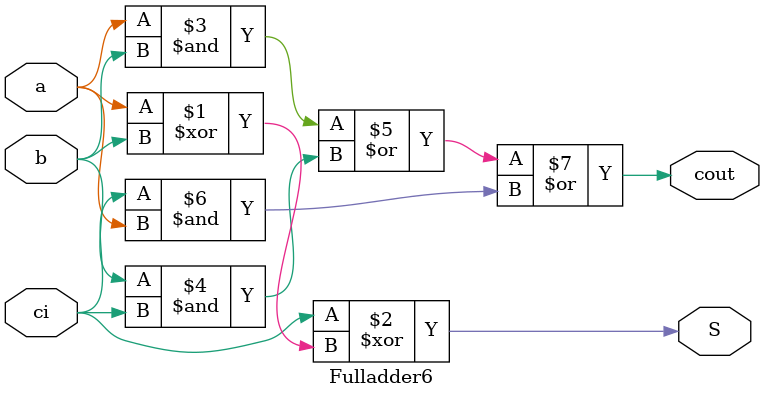
<source format=v>
`timescale 1ns / 1ps
module Fulladder6(
input ci,
input a, b, 
output S,
output cout
    );

assign S = ci ^ ( a ^ b );
assign cout = (a & b) | (b & ci) | (ci & a); 

endmodule

</source>
